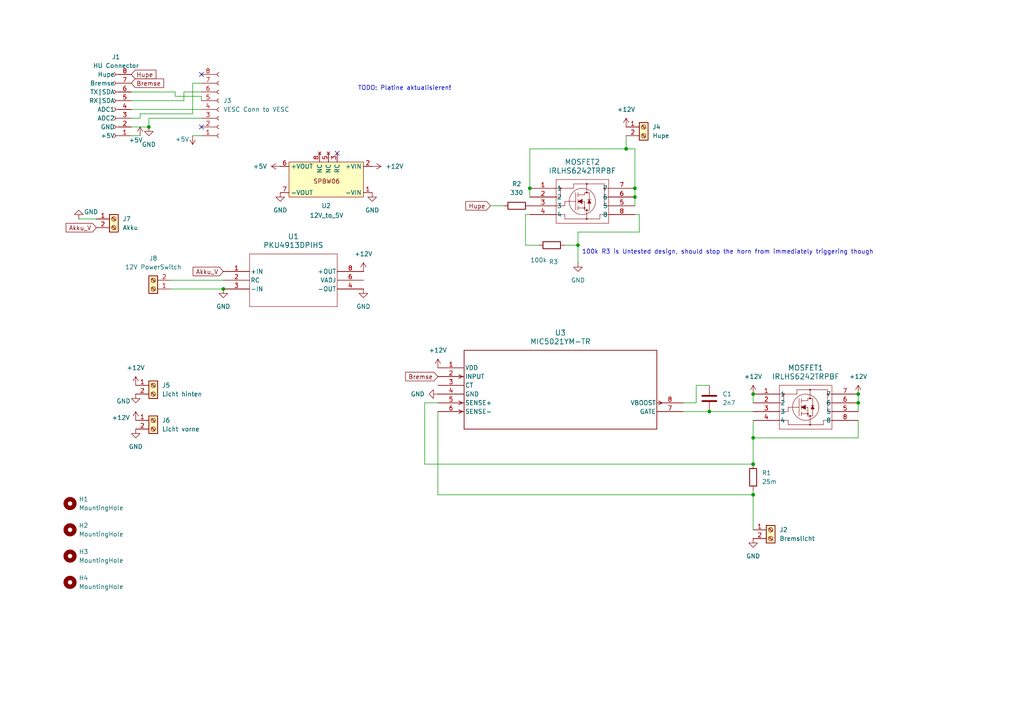
<source format=kicad_sch>
(kicad_sch (version 20250114) (generator "eeschema") (generator_version "9.0")
  (paper "A4")
  (lib_symbols
    (symbol "Conn_01x08_Socket_1" (pin_names (offset 1.016))
      (property "Reference" "J1" (at -0.635 -15.24 0))
      (property "Value" "VESC Conn" (at -0.635 -12.7 0))
      (symbol "Conn_01x08_Socket_1_1_1"
        (polyline (pts (xy -1.27 7.62) (xy -0.508 7.62)) (stroke (width 0.1524)))
        (polyline (pts (xy -1.27 5.08) (xy -0.508 5.08)) (stroke (width 0.1524)))
        (polyline (pts (xy -1.27 2.54) (xy -0.508 2.54)) (stroke (width 0.1524)))
        (polyline (pts (xy -1.27 0) (xy -0.508 0)) (stroke (width 0.1524)))
        (polyline (pts (xy -1.27 -2.54) (xy -0.508 -2.54)) (stroke (width 0.1524)))
        (polyline (pts (xy -1.27 -5.08) (xy -0.508 -5.08)) (stroke (width 0.1524)))
        (polyline (pts (xy -1.27 -7.62) (xy -0.508 -7.62)) (stroke (width 0.1524)))
        (polyline (pts (xy -1.27 -10.16) (xy -0.508 -10.16)) (stroke (width 0.1524)))
        (arc (start 0 7.112) (mid -0.5058 7.62) (end 0 8.128) (stroke (width 0.1524)))
        (arc (start 0 4.572) (mid -0.5058 5.08) (end 0 5.588) (stroke (width 0.1524)))
        (arc (start 0 2.032) (mid -0.5058 2.54) (end 0 3.048) (stroke (width 0.1524)))
        (arc (start 0 -0.508) (mid -0.5058 0) (end 0 0.508) (stroke (width 0.1524)))
        (arc (start 0 -3.048) (mid -0.5058 -2.54) (end 0 -2.032) (stroke (width 0.1524)))
        (arc (start 0 -5.588) (mid -0.5058 -5.08) (end 0 -4.572) (stroke (width 0.1524)))
        (arc (start 0 -8.128) (mid -0.5058 -7.62) (end 0 -7.112) (stroke (width 0.1524)))
        (arc (start 0 -10.668) (mid -0.5058 -10.16) (end 0 -9.652) (stroke (width 0.1524)))
        (pin passive line (at -5.08 7.62 0) (length 3.81) (name "+5V") (number "1"))
        (pin passive line (at -5.08 5.08 0) (length 3.81) (name "GND") (number "2"))
        (pin passive line (at -5.08 2.54 0) (length 3.81) (name "ADC2") (number "3"))
        (pin passive line (at -5.08 0 0) (length 3.81) (name "ADC1") (number "4"))
        (pin passive line (at -5.08 -2.54 0) (length 3.81) (name "RX|SDA") (number "5"))
        (pin passive line (at -5.08 -5.08 0) (length 3.81) (name "TX|SDA") (number "6"))
        (pin passive line (at -5.08 -7.62 0) (length 3.81) (name "Bremse") (number "7"))
        (pin passive line (at -5.08 -10.16 0) (length 3.81) (name "Hupe") (number "8"))
      )
    )
    (symbol "Conn_01x08_Socket_2" (pin_names (offset 1.016) (hide yes))
      (property "Reference" "J3" (at 1.27 0.0001 0))
      (property "Value" "Conn_01x08_Socket" (at 1.27 -2.5399 0))
      (symbol "Conn_01x08_Socket_2_1_1"
        (polyline (pts (xy -1.27 7.62) (xy -0.508 7.62)) (stroke (width 0.1524)))
        (polyline (pts (xy -1.27 5.08) (xy -0.508 5.08)) (stroke (width 0.1524)))
        (polyline (pts (xy -1.27 2.54) (xy -0.508 2.54)) (stroke (width 0.1524)))
        (polyline (pts (xy -1.27 0) (xy -0.508 0)) (stroke (width 0.1524)))
        (polyline (pts (xy -1.27 -2.54) (xy -0.508 -2.54)) (stroke (width 0.1524)))
        (polyline (pts (xy -1.27 -5.08) (xy -0.508 -5.08)) (stroke (width 0.1524)))
        (polyline (pts (xy -1.27 -7.62) (xy -0.508 -7.62)) (stroke (width 0.1524)))
        (polyline (pts (xy -1.27 -10.16) (xy -0.508 -10.16)) (stroke (width 0.1524)))
        (arc (start 0 7.112) (mid -0.5058 7.62) (end 0 8.128) (stroke (width 0.1524)))
        (arc (start 0 4.572) (mid -0.5058 5.08) (end 0 5.588) (stroke (width 0.1524)))
        (arc (start 0 2.032) (mid -0.5058 2.54) (end 0 3.048) (stroke (width 0.1524)))
        (arc (start 0 -0.508) (mid -0.5058 0) (end 0 0.508) (stroke (width 0.1524)))
        (arc (start 0 -3.048) (mid -0.5058 -2.54) (end 0 -2.032) (stroke (width 0.1524)))
        (arc (start 0 -5.588) (mid -0.5058 -5.08) (end 0 -4.572) (stroke (width 0.1524)))
        (arc (start 0 -8.128) (mid -0.5058 -7.62) (end 0 -7.112) (stroke (width 0.1524)))
        (arc (start 0 -10.668) (mid -0.5058 -10.16) (end 0 -9.652) (stroke (width 0.1524)))
        (pin passive line (at -5.08 7.62 0) (length 3.81) (name "Pin_1") (number "8"))
        (pin passive line (at -5.08 5.08 0) (length 3.81) (name "Pin_2") (number "7"))
        (pin passive line (at -5.08 2.54 0) (length 3.81) (name "Pin_3") (number "6"))
        (pin passive line (at -5.08 0 0) (length 3.81) (name "Pin_4") (number "5"))
        (pin passive line (at -5.08 -2.54 0) (length 3.81) (name "4") (number "4"))
        (pin passive line (at -5.08 -5.08 0) (length 3.81) (name "3") (number "3"))
        (pin passive line (at -5.08 -7.62 0) (length 3.81) (name "2") (number "2"))
        (pin passive line (at -5.08 -10.16 0) (length 3.81) (name "1") (number "1"))
      )
    )
    (symbol "Connector:Screw_Terminal_01x02" (pin_names (offset 1.016) (hide yes))
      (property "Reference" "J" (at 0 2.54 0))
      (property "Value" "Screw_Terminal_01x02" (at 0 -5.08 0))
      (symbol "Screw_Terminal_01x02_1_1"
        (rectangle (start -1.27 1.27) (end 1.27 -3.81) (stroke (width 0.254)) (fill (type background)))
        (polyline (pts (xy -0.5334 0.3302) (xy 0.3302 -0.508)) (stroke (width 0.1524)))
        (polyline (pts (xy -0.5334 -2.2098) (xy 0.3302 -3.048)) (stroke (width 0.1524)))
        (polyline (pts (xy -0.3556 0.508) (xy 0.508 -0.3302)) (stroke (width 0.1524)))
        (polyline (pts (xy -0.3556 -2.032) (xy 0.508 -2.8702)) (stroke (width 0.1524)))
        (circle (center 0 0) (radius 0.635) (stroke (width 0.1524)))
        (circle (center 0 -2.54) (radius 0.635) (stroke (width 0.1524)))
        (pin passive line (at -5.08 0 0) (length 3.81) (name "Pin_1") (number "1"))
        (pin passive line (at -5.08 -2.54 0) (length 3.81) (name "Pin_2") (number "2"))
      )
    )
    (symbol "Converter_DCDC:SPBW06"
      (property "Reference" "U" (at 10.922 7.366 0))
      (symbol "SPBW06_1_1"
        (rectangle (start -8.89 6.35) (end 12.7 -3.81) (fill (type background)))
        (text "SPBW06" (at 1.778 1.778 0) (effects (font (size 1.27 1.27))))
        (pin power_in line (at -11.43 5.08 0) (length 2.54) (name "-VIN") (number "1"))
        (pin power_in line (at -11.43 -2.54 0) (length 2.54) (name "+VIN") (number "2"))
        (pin input line (at -1.27 -6.35 90) (length 2.54) (name "RC") (number "3"))
        (pin no_connect line (at 1.27 -6.35 90) (length 2.54) (name "NC") (number "5"))
        (pin no_connect line (at 3.81 -6.35 90) (length 2.54) (name "NC") (number "8"))
        (pin power_out line (at 15.24 5.08 180) (length 2.54) (name "-VOUT") (number "7"))
        (pin power_out line (at 15.24 -2.54 180) (length 2.54) (name "+VOUT") (number "6"))
      )
    )
    (symbol "Device:C" (pin_numbers (hide yes)) (pin_names (offset 0.254))
      (property "Reference" "C" (at 0.635 2.54 0))
      (property "Value" "C" (at 0.635 -2.54 0))
      (symbol "C_0_1"
        (polyline (pts (xy -2.032 0.762) (xy 2.032 0.762)) (stroke (width 0.508)))
        (polyline (pts (xy -2.032 -0.762) (xy 2.032 -0.762)) (stroke (width 0.508)))
      )
      (symbol "C_1_1"
        (pin passive line (at 0 3.81 270) (length 2.794) (name "~") (number "1"))
        (pin passive line (at 0 -3.81 90) (length 2.794) (name "~") (number "2"))
      )
    )
    (symbol "Device:R" (pin_numbers (hide yes)) (pin_names (offset 0))
      (property "Reference" "R" (at 2.032 0 90))
      (property "Value" "R" (at 0 0 90))
      (symbol "R_0_1"
        (rectangle (start -1.016 -2.54) (end 1.016 2.54) (stroke (width 0.254)))
      )
      (symbol "R_1_1"
        (pin passive line (at 0 3.81 270) (length 1.27) (name "~") (number "1"))
        (pin passive line (at 0 -3.81 90) (length 1.27) (name "~") (number "2"))
      )
    )
    (symbol "Mechanical:MountingHole" (pin_names (offset 1.016)) (exclude_from_sim yes) (in_bom no)
      (property "Reference" "H" (at 0 5.08 0))
      (property "Value" "MountingHole" (at 0 3.175 0))
      (symbol "MountingHole_0_1"
        (circle (center 0 0) (radius 1.27) (stroke (width 1.27)))
      )
    )
    (symbol "dcdc-wandler-12:PKU4913DPIHS" (pin_names (offset 0.254))
      (property "Reference" "U" (at 20.32 10.16 0))
      (property "Value" "PKU4913DPIHS" (at 20.32 7.62 0))
      (symbol "PKU4913DPIHS_0_1"
        (polyline (pts (xy 7.62 5.08) (xy 7.62 -10.16)) (stroke (width 0.127)))
        (polyline (pts (xy 7.62 -10.16) (xy 33.02 -10.16)) (stroke (width 0.127)))
        (polyline (pts (xy 33.02 5.08) (xy 7.62 5.08)) (stroke (width 0.127)))
        (polyline (pts (xy 33.02 -10.16) (xy 33.02 5.08)) (stroke (width 0.127)))
        (pin input line (at 0 0 0) (length 7.62) (name "+IN") (number "1"))
        (pin unspecified line (at 0 -2.54 0) (length 7.62) (name "RC") (number "2"))
        (pin input line (at 0 -5.08 0) (length 7.62) (name "-IN") (number "3"))
        (pin output line (at 40.64 0 180) (length 7.62) (name "+OUT") (number "8"))
        (pin output line (at 40.64 -2.54 180) (length 7.62) (name "VADJ") (number "6"))
        (pin output line (at 40.64 -5.08 180) (length 7.62) (name "-OUT") (number "4"))
      )
    )
    (symbol "mosfet-driver-highside-switch:MIC5021YM-TR" (pin_names (offset 0.254))
      (property "Reference" "U" (at 35.56 10.16 0))
      (property "Value" "MIC5021YM-TR" (at 35.56 7.62 0))
      (symbol "MIC5021YM-TR_0_1"
        (polyline (pts (xy 7.0993 -2.54) (xy 6.0579 -2.0193)) (stroke (width 0.2032)))
        (polyline (pts (xy 7.0993 -2.54) (xy 6.0579 -3.0607)) (stroke (width 0.2032)))
        (polyline (pts (xy 7.0993 -10.16) (xy 6.0579 -9.6393)) (stroke (width 0.2032)))
        (polyline (pts (xy 7.0993 -10.16) (xy 6.0579 -10.6807)) (stroke (width 0.2032)))
        (polyline (pts (xy 7.0993 -12.7) (xy 6.0579 -12.1793)) (stroke (width 0.2032)))
        (polyline (pts (xy 7.0993 -12.7) (xy 6.0579 -13.2207)) (stroke (width 0.2032)))
        (polyline (pts (xy 7.62 5.08) (xy 7.62 -17.78)) (stroke (width 0.2032)))
        (polyline (pts (xy 7.62 -17.78) (xy 63.5 -17.78)) (stroke (width 0.2032)))
        (polyline (pts (xy 63.5 5.08) (xy 7.62 5.08)) (stroke (width 0.2032)))
        (polyline (pts (xy 63.5 -17.78) (xy 63.5 5.08)) (stroke (width 0.2032)))
        (polyline (pts (xy 64.0207 -9.6393) (xy 65.0621 -10.16)) (stroke (width 0.2032)))
        (polyline (pts (xy 64.0207 -10.6807) (xy 65.0621 -10.16)) (stroke (width 0.2032)))
        (pin power_in line (at 0 0 0) (length 7.62) (name "VDD") (number "1"))
        (pin input line (at 0 -2.54 0) (length 7.62) (name "INPUT") (number "2"))
        (pin unspecified line (at 0 -5.08 0) (length 7.62) (name "CT") (number "3"))
        (pin power_in line (at 0 -7.62 0) (length 7.62) (name "GND") (number "4"))
        (pin input line (at 0 -10.16 0) (length 7.62) (name "SENSE+") (number "5"))
        (pin input line (at 0 -12.7 0) (length 7.62) (name "SENSE-") (number "6"))
        (pin output line (at 71.12 -10.16 180) (length 7.62) (name "VBOOST") (number "8"))
        (pin unspecified line (at 71.12 -12.7 180) (length 7.62) (name "GATE") (number "7"))
      )
    )
    (symbol "mosfet-n-channel:IRLHS6242TRPBF" (pin_names (offset 0.254))
      (property "Reference" "MOSFET" (at 15.24 7.62 0))
      (property "Value" "IRLHS6242TRPBF" (at 15.24 5.08 0))
      (symbol "IRLHS6242TRPBF_0_1"
        (polyline (pts (xy 7.62 2.54) (xy 7.62 -10.16)) (stroke (width 0.127)))
        (polyline (pts (xy 7.62 0) (xy 12.7 0)) (stroke (width 0.127)))
        (polyline (pts (xy 7.62 -2.54) (xy 8.89 -2.54)) (stroke (width 0.127)))
        (polyline (pts (xy 7.62 -5.08) (xy 10.16 -5.08)) (stroke (width 0.127)))
        (polyline (pts (xy 7.62 -7.62) (xy 10.16 -7.62)) (stroke (width 0.127)))
        (polyline (pts (xy 7.62 -10.16) (xy 22.86 -10.16)) (stroke (width 0.127)))
        (polyline (pts (xy 8.89 0) (xy 8.89 -2.54)) (stroke (width 0.127)))
        (circle (center 8.89 0) (radius 0.127) (stroke (width 0.254)))
        (polyline (pts (xy 10.16 -3.81) (xy 13.335 -3.81)) (stroke (width 0.127)))
        (polyline (pts (xy 10.16 -5.08) (xy 10.16 -3.81)) (stroke (width 0.127)))
        (polyline (pts (xy 10.16 -7.62) (xy 10.16 -8.89)) (stroke (width 0.127)))
        (polyline (pts (xy 10.16 -8.89) (xy 20.32 -8.89)) (stroke (width 0.127)))
        (polyline (pts (xy 12.7 1.27) (xy 12.7 0)) (stroke (width 0.127)))
        (polyline (pts (xy 12.7 1.27) (xy 21.59 1.27)) (stroke (width 0.127)))
        (polyline (pts (xy 13.335 -6.35) (xy 13.335 -1.27)) (stroke (width 0.127)))
        (polyline (pts (xy 13.97 -1.905) (xy 15.875 -1.905)) (stroke (width 0.127)))
        (polyline (pts (xy 13.97 -2.54) (xy 13.97 -1.27)) (stroke (width 0.127)))
        (polyline (pts (xy 13.97 -4.445) (xy 13.97 -3.175)) (stroke (width 0.127)))
        (polyline (pts (xy 13.97 -5.715) (xy 15.875 -5.715)) (stroke (width 0.127)))
        (polyline (pts (xy 13.97 -6.35) (xy 13.97 -5.08)) (stroke (width 0.127)))
        (polyline (pts (xy 15.24 -3.175) (xy 13.97 -3.81) (xy 15.24 -4.445)) (fill (type outline)))
        (polyline (pts (xy 15.24 -3.81) (xy 15.875 -3.81)) (stroke (width 0.127)))
        (circle (center 15.24 -3.81) (radius 3.81) (stroke (width 0.127)))
        (polyline (pts (xy 15.875 -1.27) (xy 17.272 -1.27)) (stroke (width 0.127)))
        (polyline (pts (xy 15.875 -1.905) (xy 15.875 -1.27)) (stroke (width 0.127)))
        (circle (center 15.875 -5.715) (radius 0.127) (stroke (width 0.254)))
        (polyline (pts (xy 15.875 -6.35) (xy 15.875 -3.81)) (stroke (width 0.127)))
        (polyline (pts (xy 15.875 -6.35) (xy 17.272 -6.35)) (stroke (width 0.127)))
        (polyline (pts (xy 16.51 1.27) (xy 16.51 -1.27)) (stroke (width 0.127)))
        (circle (center 16.51 1.27) (radius 0.127) (stroke (width 0.254)))
        (circle (center 16.51 -1.27) (radius 0.127) (stroke (width 0.254)))
        (circle (center 16.51 -6.35) (radius 0.127) (stroke (width 0.254)))
        (polyline (pts (xy 16.51 -8.89) (xy 16.51 -6.35)) (stroke (width 0.127)))
        (circle (center 16.51 -8.89) (radius 0.127) (stroke (width 0.254)))
        (polyline (pts (xy 17.272 -3.302) (xy 17.272 -1.27)) (stroke (width 0.127)))
        (polyline (pts (xy 17.272 -6.35) (xy 17.272 -4.318)) (stroke (width 0.127)))
        (polyline (pts (xy 17.78 -3.302) (xy 16.764 -3.302)) (stroke (width 0.127)))
        (polyline (pts (xy 17.78 -4.318) (xy 16.764 -4.318) (xy 17.272 -3.302)) (fill (type outline)))
        (polyline (pts (xy 20.32 -7.62) (xy 20.32 -8.89)) (stroke (width 0.127)))
        (circle (center 21.59 0) (radius 0.127) (stroke (width 0.254)))
        (circle (center 21.59 -2.54) (radius 0.127) (stroke (width 0.254)))
        (polyline (pts (xy 21.59 -5.08) (xy 21.59 1.27)) (stroke (width 0.127)))
        (polyline (pts (xy 22.86 2.54) (xy 7.62 2.54)) (stroke (width 0.127)))
        (polyline (pts (xy 22.86 0) (xy 21.59 0)) (stroke (width 0.127)))
        (polyline (pts (xy 22.86 -2.54) (xy 21.59 -2.54)) (stroke (width 0.127)))
        (polyline (pts (xy 22.86 -5.08) (xy 21.59 -5.08)) (stroke (width 0.127)))
        (polyline (pts (xy 22.86 -7.62) (xy 20.32 -7.62)) (stroke (width 0.127)))
        (polyline (pts (xy 22.86 -10.16) (xy 22.86 2.54)) (stroke (width 0.127)))
        (pin unspecified line (at 0 0 0) (length 7.62) (name "1") (number "1"))
        (pin unspecified line (at 0 -2.54 0) (length 7.62) (name "2") (number "2"))
        (pin unspecified line (at 0 -5.08 0) (length 7.62) (name "3") (number "3"))
        (pin unspecified line (at 0 -7.62 0) (length 7.62) (name "4") (number "4"))
        (pin unspecified line (at 30.48 0 180) (length 7.62) (name "7") (number "7"))
        (pin unspecified line (at 30.48 -2.54 180) (length 7.62) (name "6") (number "6"))
        (pin unspecified line (at 30.48 -5.08 180) (length 7.62) (name "5") (number "5"))
        (pin unspecified line (at 30.48 -7.62 180) (length 7.62) (name "8") (number "8"))
      )
    )
    (symbol "power:+12V" (power) (pin_numbers (hide yes)) (pin_names (offset 0) (hide yes))
      (property "Value" "+12V" (at 0 3.556 0))
      (symbol "+12V_0_1"
        (polyline (pts (xy -0.762 1.27) (xy 0 2.54)))
        (polyline (pts (xy 0 2.54) (xy 0.762 1.27)))
        (polyline (pts (xy 0 0) (xy 0 2.54)))
      )
      (symbol "+12V_1_1"
        (pin power_in line (at 0 0 90) (length 0) (name "~") (number "1"))
      )
    )
    (symbol "power:+5V" (power) (pin_numbers (hide yes)) (pin_names (offset 0) (hide yes))
      (property "Value" "+5V" (at 0 3.556 0))
      (symbol "+5V_0_1"
        (polyline (pts (xy -0.762 1.27) (xy 0 2.54)))
        (polyline (pts (xy 0 2.54) (xy 0.762 1.27)))
        (polyline (pts (xy 0 0) (xy 0 2.54)))
      )
      (symbol "+5V_1_1"
        (pin power_in line (at 0 0 90) (length 0) (name "~") (number "1"))
      )
    )
    (symbol "power:GND" (power) (pin_numbers (hide yes)) (pin_names (offset 0) (hide yes))
      (property "Value" "GND" (at 0 -3.81 0))
      (symbol "GND_0_1"
        (polyline (pts (xy 0 0) (xy 0 -1.27) (xy 1.27 -1.27) (xy 0 -2.54) (xy -1.27 -1.27) (xy 0 -1.27)))
      )
      (symbol "GND_1_1"
        (pin power_in line (at 0 0 270) (length 0) (name "~") (number "1"))
      )
    )
  )
  (text "100k R3 is Untested design, should stop the horn from immediately triggering though" (at 211.074 73.152 0) (effects (font (size 1.27 1.27))))
  (text "TODO: Platine aktualisieren!" (at 117.348 25.654 0) (effects (font (size 1.27 1.27))))
  (junction (at 181.61 43.18))
  (junction (at 248.92 116.84))
  (junction (at 184.15 54.61))
  (junction (at 43.18 36.83))
  (junction (at 218.44 134.62))
  (junction (at 184.15 57.15))
  (junction (at 248.92 114.3))
  (junction (at 218.44 143.51))
  (junction (at 64.77 83.82))
  (junction (at 153.67 54.61))
  (junction (at 167.64 71.12))
  (junction (at 205.74 119.38))
  (junction (at 218.44 114.3))
  (junction (at 218.44 127))
  (no_connect (at 58.42 36.83))
  (no_connect (at 97.79 44.45))
  (no_connect (at 58.42 21.59))
  (wire (pts (xy 50.8 27.94) (xy 58.42 27.94)))
  (wire (pts (xy 55.88 33.02) (xy 55.88 24.13)))
  (wire (pts (xy 248.92 121.92) (xy 248.92 127)))
  (wire (pts (xy 38.1 34.29) (xy 40.64 34.29)))
  (wire (pts (xy 156.21 71.12) (xy 152.4 71.12)))
  (wire (pts (xy 142.24 59.69) (xy 146.05 59.69)))
  (wire (pts (xy 184.15 43.18) (xy 184.15 54.61)))
  (wire (pts (xy 50.8 26.67) (xy 50.8 27.94)))
  (wire (pts (xy 218.44 142.24) (xy 218.44 143.51)))
  (wire (pts (xy 123.19 116.84) (xy 127 116.84)))
  (wire (pts (xy 53.34 26.67) (xy 58.42 26.67)))
  (wire (pts (xy 181.61 43.18) (xy 153.67 43.18)))
  (wire (pts (xy 40.64 34.29) (xy 40.64 33.02)))
  (wire (pts (xy 123.19 116.84) (xy 123.19 134.62)))
  (wire (pts (xy 218.44 127) (xy 218.44 134.62)))
  (wire (pts (xy 184.15 54.61) (xy 184.15 57.15)))
  (wire (pts (xy 152.4 71.12) (xy 152.4 62.23)))
  (wire (pts (xy 58.42 34.29) (xy 43.18 34.29)))
  (wire (pts (xy 201.93 116.84) (xy 201.93 111.76)))
  (wire (pts (xy 218.44 121.92) (xy 218.44 127)))
  (wire (pts (xy 184.15 57.15) (xy 184.15 59.69)))
  (wire (pts (xy 49.53 83.82) (xy 64.77 83.82)))
  (wire (pts (xy 40.64 33.02) (xy 55.88 33.02)))
  (wire (pts (xy 185.42 67.31) (xy 185.42 62.23)))
  (wire (pts (xy 167.64 67.31) (xy 185.42 67.31)))
  (wire (pts (xy 49.53 81.28) (xy 64.77 81.28)))
  (wire (pts (xy 184.15 62.23) (xy 185.42 62.23)))
  (wire (pts (xy 152.4 62.23) (xy 153.67 62.23)))
  (wire (pts (xy 163.83 71.12) (xy 167.64 71.12)))
  (wire (pts (xy 38.1 29.21) (xy 53.34 29.21)))
  (wire (pts (xy 181.61 43.18) (xy 181.61 39.37)))
  (wire (pts (xy 123.19 134.62) (xy 218.44 134.62)))
  (wire (pts (xy 153.67 43.18) (xy 153.67 54.61)))
  (wire (pts (xy 53.34 29.21) (xy 53.34 26.67)))
  (wire (pts (xy 38.1 31.75) (xy 58.42 31.75)))
  (wire (pts (xy 38.1 26.67) (xy 50.8 26.67)))
  (wire (pts (xy 198.12 119.38) (xy 205.74 119.38)))
  (wire (pts (xy 248.92 114.3) (xy 248.92 116.84)))
  (wire (pts (xy 248.92 127) (xy 218.44 127)))
  (wire (pts (xy 205.74 119.38) (xy 218.44 119.38)))
  (wire (pts (xy 43.18 34.29) (xy 43.18 36.83)))
  (wire (pts (xy 55.88 24.13) (xy 58.42 24.13)))
  (wire (pts (xy 38.1 39.37) (xy 40.64 39.37)))
  (wire (pts (xy 167.64 71.12) (xy 167.64 76.2)))
  (wire (pts (xy 248.92 116.84) (xy 248.92 119.38)))
  (wire (pts (xy 218.44 114.3) (xy 218.44 116.84)))
  (wire (pts (xy 55.88 39.37) (xy 58.42 39.37)))
  (wire (pts (xy 184.15 43.18) (xy 181.61 43.18)))
  (wire (pts (xy 127 143.51) (xy 127 119.38)))
  (wire (pts (xy 167.64 71.12) (xy 167.64 67.31)))
  (wire (pts (xy 198.12 116.84) (xy 201.93 116.84)))
  (wire (pts (xy 201.93 111.76) (xy 205.74 111.76)))
  (wire (pts (xy 218.44 143.51) (xy 218.44 153.67)))
  (wire (pts (xy 38.1 36.83) (xy 43.18 36.83)))
  (wire (pts (xy 58.42 27.94) (xy 58.42 29.21)))
  (wire (pts (xy 22.86 63.5) (xy 27.94 63.5)))
  (wire (pts (xy 153.67 54.61) (xy 153.67 57.15)))
  (wire (pts (xy 127 143.51) (xy 218.44 143.51)))
  (global_label "Bremse" (shape input) (at 127 109.22 180) (property "Intersheetrefs" "${INTERSHEET_REFS}" (effects (hide yes))))
  (global_label "Hupe" (shape input) (at 38.1 21.59 0) (property "Intersheetrefs" "${INTERSHEET_REFS}" (effects (hide yes))))
  (global_label "Akku_V" (shape input) (at 64.77 78.74 180) (property "Intersheetrefs" "${INTERSHEET_REFS}" (effects (hide yes))))
  (global_label "Akku_V" (shape input) (at 27.94 66.04 180) (property "Intersheetrefs" "${INTERSHEET_REFS}" (effects (hide yes))))
  (global_label "Hupe" (shape input) (at 142.24 59.69 180) (property "Intersheetrefs" "${INTERSHEET_REFS}" (effects (hide yes))))
  (global_label "Bremse" (shape input) (at 38.1 24.13 0) (property "Intersheetrefs" "${INTERSHEET_REFS}" (effects (hide yes))))
  (symbol (lib_id "Mechanical:MountingHole") (at 20.32 153.67 0) (unit 1) (exclude_from_sim yes) (in_bom no)
    (property "Reference" "H2" (at 22.86 152.3999 0) (effects (justify left)))
    (property "Value" "MountingHole" (at 22.86 154.9399 0) (effects (justify left)))
    (property "Footprint" "MountingHole:MountingHole_3.2mm_M3" (effects (hide yes)))
    (property "Description" "Mounting Hole without connection" (effects (hide yes)))
  )
  (symbol (lib_name "Conn_01x08_Socket_1") (lib_id "Connector:Conn_01x08_Socket") (at 33.02 31.75 180) (unit 1)
    (property "Reference" "J1" (at 33.655 16.51 0))
    (property "Value" "HU Connector" (at 33.655 19.05 0))
    (property "Footprint" "Connector_RJ:RJ45_Amphenol_54602-x08_Horizontal" (effects (hide yes)))
    (property "Description" "Generic connector, single row, 01x08, script generated" (effects (hide yes)))
  )
  (symbol (lib_id "Device:C") (at 205.74 115.57 0) (unit 1)
    (property "Reference" "C1" (at 209.55 114.2999 0) (effects (justify left)))
    (property "Value" "2n7" (at 209.55 116.8399 0) (effects (justify left)))
    (property "Footprint" "Capacitor_SMD:C_0805_2012Metric_Pad1.18x1.45mm_HandSolder" (effects (hide yes)))
    (property "Description" "Unpolarized capacitor" (effects (hide yes)))
  )
  (symbol (lib_id "power:+12V") (at 107.95 48.26 270) (unit 1)
    (property "Reference" "#PWR07" (effects (hide yes)))
    (property "Value" "+12V" (at 111.76 48.2599 90) (effects (justify left)))
    (property "Description" "Power symbol creates a global label with name \"+12V\"" (effects (hide yes)))
  )
  (symbol (lib_id "Device:R") (at 160.02 71.12 90) (unit 1)
    (property "Reference" "R3" (at 160.528 75.946 90))
    (property "Value" "100k" (at 156.21 75.438 90))
    (property "Footprint" "Resistor_THT:R_Axial_DIN0204_L3.6mm_D1.6mm_P5.08mm_Horizontal" (effects (hide yes)))
    (property "Description" "Resistor" (effects (hide yes)))
  )
  (symbol (lib_id "power:GND") (at 105.41 83.82 0) (unit 1)
    (property "Reference" "#PWR04" (effects (hide yes)))
    (property "Value" "GND" (at 105.41 88.9 0))
    (property "Description" "Power symbol creates a global label with name \"GND\" , ground" (effects (hide yes)))
  )
  (symbol (lib_id "Mechanical:MountingHole") (at 20.32 168.91 0) (unit 1) (exclude_from_sim yes) (in_bom no)
    (property "Reference" "H4" (at 22.86 167.6399 0) (effects (justify left)))
    (property "Value" "MountingHole" (at 22.86 170.1799 0) (effects (justify left)))
    (property "Footprint" "MountingHole:MountingHole_3.2mm_M3" (effects (hide yes)))
    (property "Description" "Mounting Hole without connection" (effects (hide yes)))
  )
  (symbol (lib_id "Connector:Screw_Terminal_01x02") (at 33.02 63.5 0) (unit 1)
    (property "Reference" "J7" (at 35.56 63.4999 0) (effects (justify left)))
    (property "Value" "Akku" (at 35.56 66.0399 0) (effects (justify left)))
    (property "Footprint" "Connector_AMASS:AMASS_XT60-F_1x02_P7.20mm_Vertical" (effects (hide yes)))
    (property "Description" "Generic screw terminal, single row, 01x02, script generated (kicad-library-utils/schlib/autogen/connector/)" (effects (hide yes)))
  )
  (symbol (lib_id "power:GND") (at 107.95 55.88 0) (unit 1)
    (property "Reference" "#PWR02" (effects (hide yes)))
    (property "Value" "GND" (at 107.95 60.96 0))
    (property "Description" "Power symbol creates a global label with name \"GND\" , ground" (effects (hide yes)))
  )
  (symbol (lib_id "Connector:Screw_Terminal_01x02") (at 44.45 111.76 0) (unit 1)
    (property "Reference" "J5" (at 46.99 111.7599 0) (effects (justify left)))
    (property "Value" "Licht hinten" (at 46.99 114.2999 0) (effects (justify left)))
    (property "Footprint" "TerminalBlock:TerminalBlock_bornier-2_P5.08mm" (effects (hide yes)))
    (property "Description" "Generic screw terminal, single row, 01x02, script generated (kicad-library-utils/schlib/autogen/connector/)" (effects (hide yes)))
  )
  (symbol (lib_id "Mechanical:MountingHole") (at 20.32 146.05 0) (unit 1) (exclude_from_sim yes) (in_bom no)
    (property "Reference" "H1" (at 22.86 144.7799 0) (effects (justify left)))
    (property "Value" "MountingHole" (at 22.86 147.3199 0) (effects (justify left)))
    (property "Footprint" "MountingHole:MountingHole_3.2mm_M3" (effects (hide yes)))
    (property "Description" "Mounting Hole without connection" (effects (hide yes)))
  )
  (symbol (lib_id "Device:R") (at 149.86 59.69 90) (unit 1)
    (property "Reference" "R2" (at 149.86 53.34 90))
    (property "Value" "330" (at 149.86 55.88 90))
    (property "Footprint" "Resistor_THT:R_Axial_DIN0204_L3.6mm_D1.6mm_P5.08mm_Horizontal" (effects (hide yes)))
    (property "Description" "Resistor" (effects (hide yes)))
  )
  (symbol (lib_id "power:+5V") (at 40.64 39.37 0) (unit 1)
    (property "Reference" "#PWR016" (effects (hide yes)))
    (property "Value" "+5V" (at 39.37 40.64 0))
    (property "Description" "Power symbol creates a global label with name \"+5V\"" (effects (hide yes)))
  )
  (symbol (lib_id "power:GND") (at 43.18 36.83 0) (unit 1)
    (property "Reference" "#PWR01" (effects (hide yes)))
    (property "Value" "GND" (at 43.18 41.91 0))
    (property "Description" "Power symbol creates a global label with name \"GND\" , ground" (effects (hide yes)))
  )
  (symbol (lib_id "power:GND") (at 167.64 76.2 0) (unit 1)
    (property "Reference" "#PWR015" (effects (hide yes)))
    (property "Value" "GND" (at 167.64 81.28 0))
    (property "Description" "Power symbol creates a global label with name \"GND\" , ground" (effects (hide yes)))
  )
  (symbol (lib_id "power:+12V") (at 105.41 78.74 0) (unit 1)
    (property "Reference" "#PWR06" (effects (hide yes)))
    (property "Value" "+12V" (at 105.41 73.66 0))
    (property "Description" "Power symbol creates a global label with name \"+12V\"" (effects (hide yes)))
  )
  (symbol (lib_id "power:+12V") (at 39.37 121.92 0) (unit 1)
    (property "Reference" "#PWR018" (effects (hide yes)))
    (property "Value" "+12V" (at 35.052 121.158 0))
    (property "Description" "Power symbol creates a global label with name \"+12V\"" (effects (hide yes)))
  )
  (symbol (lib_id "dcdc-wandler-12:PKU4913DPIHS") (at 64.77 78.74 0) (unit 1)
    (property "Reference" "U1" (at 85.09 68.58 0) (effects (font (size 1.524 1.524))))
    (property "Value" "PKU4913DPIHS" (at 85.09 71.12 0) (effects (font (size 1.524 1.524))))
    (property "Footprint" "dcdc-wandler-12v:PKU4913DPIHS_FPM" (effects (hide yes)))
    (property "Datasheet" "PKU4913DPIHS" (effects (hide yes)))
  )
  (symbol (lib_id "power:GND") (at 218.44 156.21 0) (unit 1)
    (property "Reference" "#PWR010" (effects (hide yes)))
    (property "Value" "GND" (at 218.44 161.29 0))
    (property "Description" "Power symbol creates a global label with name \"GND\" , ground" (effects (hide yes)))
  )
  (symbol (lib_id "Device:R") (at 218.44 138.43 0) (unit 1)
    (property "Reference" "R1" (at 220.98 137.1599 0) (effects (justify left)))
    (property "Value" "25m" (at 220.98 139.6999 0) (effects (justify left)))
    (property "Footprint" "Resistor_THT:R_Axial_DIN0204_L3.6mm_D1.6mm_P5.08mm_Horizontal" (effects (hide yes)))
    (property "Description" "Resistor" (effects (hide yes)))
  )
  (symbol (lib_id "power:+5V") (at 55.88 39.37 180) (unit 1)
    (property "Reference" "#PWR021" (effects (hide yes)))
    (property "Value" "+5V" (at 52.832 40.386 0))
    (property "Description" "Power symbol creates a global label with name \"+5V\"" (effects (hide yes)))
  )
  (symbol (lib_id "Converter_DCDC:SPBW06") (at 96.52 50.8 180) (unit 1)
    (property "Reference" "U2" (at 94.615 59.69 0))
    (property "Value" "12V_to_5V" (at 94.742 62.484 0))
    (property "Footprint" "dc-dc:DPBW06_MWU" (effects (hide yes)))
  )
  (symbol (lib_id "mosfet-n-channel:IRLHS6242TRPBF") (at 153.67 54.61 0) (unit 1)
    (property "Reference" "MOSFET2" (at 168.91 46.99 0) (effects (font (size 1.524 1.524))))
    (property "Value" "IRLHS6242TRPBF" (at 168.91 49.53 0) (effects (font (size 1.524 1.524))))
    (property "Footprint" "mosfet-n-channel:PQFN6_2X2_INF" (effects (hide yes)))
    (property "Datasheet" "IRLHS6242TRPBF" (effects (hide yes)))
  )
  (symbol (lib_id "power:GND") (at 64.77 83.82 0) (unit 1)
    (property "Reference" "#PWR03" (effects (hide yes)))
    (property "Value" "GND" (at 64.77 88.9 0))
    (property "Description" "Power symbol creates a global label with name \"GND\" , ground" (effects (hide yes)))
  )
  (symbol (lib_id "power:+12V") (at 248.92 114.3 0) (unit 1)
    (property "Reference" "#PWR013" (effects (hide yes)))
    (property "Value" "+12V" (at 248.92 109.22 0))
    (property "Description" "Power symbol creates a global label with name \"+12V\"" (effects (hide yes)))
  )
  (symbol (lib_id "power:GND") (at 39.37 124.46 0) (unit 1)
    (property "Reference" "#PWR019" (effects (hide yes)))
    (property "Value" "GND" (at 39.37 129.54 0))
    (property "Description" "Power symbol creates a global label with name \"GND\" , ground" (effects (hide yes)))
  )
  (symbol (lib_id "power:GND") (at 81.28 55.88 0) (unit 1)
    (property "Reference" "#PWR05" (effects (hide yes)))
    (property "Value" "GND" (at 81.28 60.96 0))
    (property "Description" "Power symbol creates a global label with name \"GND\" , ground" (effects (hide yes)))
  )
  (symbol (lib_id "power:GND") (at 39.37 114.3 0) (unit 1)
    (property "Reference" "#PWR020" (effects (hide yes)))
    (property "Value" "GND" (at 35.814 116.332 0))
    (property "Description" "Power symbol creates a global label with name \"GND\" , ground" (effects (hide yes)))
  )
  (symbol (lib_id "mosfet-n-channel:IRLHS6242TRPBF") (at 218.44 114.3 0) (unit 1)
    (property "Reference" "MOSFET1" (at 233.68 106.68 0) (effects (font (size 1.524 1.524))))
    (property "Value" "IRLHS6242TRPBF" (at 233.68 109.22 0) (effects (font (size 1.524 1.524))))
    (property "Footprint" "mosfet-n-channel:PQFN6_2X2_INF" (effects (hide yes)))
    (property "Datasheet" "IRLHS6242TRPBF" (effects (hide yes)))
  )
  (symbol (lib_id "mosfet-driver-highside-switch:MIC5021YM-TR") (at 127 106.68 0) (unit 1)
    (property "Reference" "U3" (at 162.56 96.52 0) (effects (font (size 1.524 1.524))))
    (property "Value" "MIC5021YM-TR" (at 162.56 99.06 0) (effects (font (size 1.524 1.524))))
    (property "Footprint" "mosfet-driver-highside-switch:SOIC-8_M_MCH" (effects (hide yes)))
    (property "Datasheet" "MIC5021YM-TR" (effects (hide yes)))
  )
  (symbol (lib_id "power:+12V") (at 218.44 114.3 0) (unit 1)
    (property "Reference" "#PWR012" (effects (hide yes)))
    (property "Value" "+12V" (at 218.44 109.22 0))
    (property "Description" "Power symbol creates a global label with name \"+12V\"" (effects (hide yes)))
  )
  (symbol (lib_id "power:+12V") (at 39.37 111.76 0) (unit 1)
    (property "Reference" "#PWR017" (effects (hide yes)))
    (property "Value" "+12V" (at 39.37 106.68 0))
    (property "Description" "Power symbol creates a global label with name \"+12V\"" (effects (hide yes)))
  )
  (symbol (lib_id "Connector:Screw_Terminal_01x02") (at 44.45 83.82 180) (unit 1)
    (property "Reference" "J8" (at 44.45 74.93 0))
    (property "Value" "12V PowerSwitch" (at 44.45 77.47 0))
    (property "Footprint" "TerminalBlock:TerminalBlock_bornier-2_P5.08mm" (effects (hide yes)))
    (property "Description" "Generic screw terminal, single row, 01x02, script generated (kicad-library-utils/schlib/autogen/connector/)" (effects (hide yes)))
  )
  (symbol (lib_id "power:+12V") (at 181.61 36.83 0) (unit 1)
    (property "Reference" "#PWR09" (effects (hide yes)))
    (property "Value" "+12V" (at 181.61 31.75 0))
    (property "Description" "Power symbol creates a global label with name \"+12V\"" (effects (hide yes)))
  )
  (symbol (lib_id "Connector:Screw_Terminal_01x02") (at 223.52 153.67 0) (unit 1)
    (property "Reference" "J2" (at 226.06 153.6699 0) (effects (justify left)))
    (property "Value" "Bremslicht" (at 226.06 156.2099 0) (effects (justify left)))
    (property "Footprint" "TerminalBlock:TerminalBlock_bornier-2_P5.08mm" (effects (hide yes)))
    (property "Description" "Generic screw terminal, single row, 01x02, script generated (kicad-library-utils/schlib/autogen/connector/)" (effects (hide yes)))
  )
  (symbol (lib_id "Connector:Screw_Terminal_01x02") (at 186.69 36.83 0) (unit 1)
    (property "Reference" "J4" (at 189.23 36.8299 0) (effects (justify left)))
    (property "Value" "Hupe" (at 189.23 39.3699 0) (effects (justify left)))
    (property "Footprint" "TerminalBlock:TerminalBlock_bornier-2_P5.08mm" (effects (hide yes)))
    (property "Description" "Generic screw terminal, single row, 01x02, script generated (kicad-library-utils/schlib/autogen/connector/)" (effects (hide yes)))
  )
  (symbol (lib_id "power:+12V") (at 127 106.68 0) (unit 1)
    (property "Reference" "#PWR011" (effects (hide yes)))
    (property "Value" "+12V" (at 127 101.6 0))
    (property "Description" "Power symbol creates a global label with name \"+12V\"" (effects (hide yes)))
  )
  (symbol (lib_id "power:+5V") (at 81.28 48.26 90) (unit 1)
    (property "Reference" "#PWR08" (effects (hide yes)))
    (property "Value" "+5V" (at 77.47 48.2599 90) (effects (justify left)))
    (property "Description" "Power symbol creates a global label with name \"+5V\"" (effects (hide yes)))
  )
  (symbol (lib_id "Mechanical:MountingHole") (at 20.32 161.29 0) (unit 1) (exclude_from_sim yes) (in_bom no)
    (property "Reference" "H3" (at 22.86 160.0199 0) (effects (justify left)))
    (property "Value" "MountingHole" (at 22.86 162.5599 0) (effects (justify left)))
    (property "Footprint" "MountingHole:MountingHole_3.2mm_M3" (effects (hide yes)))
    (property "Description" "Mounting Hole without connection" (effects (hide yes)))
  )
  (symbol (lib_id "power:GND") (at 22.86 63.5 180) (unit 1)
    (property "Reference" "#PWR022" (effects (hide yes)))
    (property "Value" "GND" (at 26.416 61.468 0))
    (property "Description" "Power symbol creates a global label with name \"GND\" , ground" (effects (hide yes)))
  )
  (symbol (lib_name "Conn_01x08_Socket_2") (lib_id "Connector:Conn_01x08_Socket") (at 63.5 29.21 0) (unit 1)
    (property "Reference" "J3" (at 64.77 29.2099 0) (effects (justify left)))
    (property "Value" "VESC Conn to VESC" (at 64.77 31.7499 0) (effects (justify left)))
    (property "Footprint" "Connector_PinHeader_2.54mm:PinHeader_1x08_P2.54mm_Vertical" (effects (hide yes)))
    (property "Description" "Generic connector, single row, 01x08, script generated" (effects (hide yes)))
  )
  (symbol (lib_id "power:GND") (at 127 114.3 270) (unit 1)
    (property "Reference" "#PWR014" (effects (hide yes)))
    (property "Value" "GND" (at 123.19 114.2999 90) (effects (justify right)))
    (property "Description" "Power symbol creates a global label with name \"GND\" , ground" (effects (hide yes)))
  )
  (symbol (lib_id "Connector:Screw_Terminal_01x02") (at 44.45 121.92 0) (unit 1)
    (property "Reference" "J6" (at 46.99 121.9199 0) (effects (justify left)))
    (property "Value" "Licht vorne" (at 46.99 124.4599 0) (effects (justify left)))
    (property "Footprint" "TerminalBlock:TerminalBlock_bornier-2_P5.08mm" (effects (hide yes)))
    (property "Description" "Generic screw terminal, single row, 01x02, script generated (kicad-library-utils/schlib/autogen/connector/)" (effects (hide yes)))
  )
)
</source>
